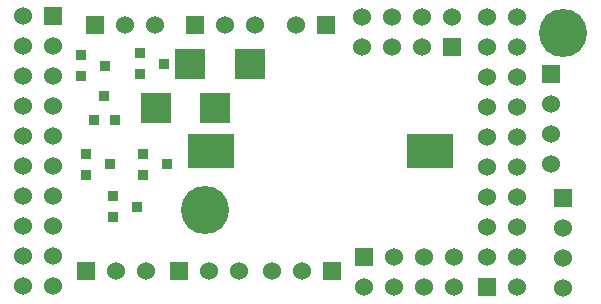
<source format=gts>
G04 (created by PCBNEW (2013-may-18)-stable) date Сб 29 авг 2015 23:53:58*
%MOIN*%
G04 Gerber Fmt 3.4, Leading zero omitted, Abs format*
%FSLAX34Y34*%
G01*
G70*
G90*
G04 APERTURE LIST*
%ADD10C,0.00590551*%
%ADD11R,0.036X0.036*%
%ADD12R,0.06X0.06*%
%ADD13C,0.06*%
%ADD14R,0.1004X0.0984*%
%ADD15R,0.15748X0.11811*%
%ADD16C,0.16*%
G04 APERTURE END LIST*
G54D10*
G54D11*
X29265Y-24031D03*
X29265Y-23331D03*
X30065Y-23681D03*
X28281Y-25448D03*
X28281Y-24748D03*
X29081Y-25098D03*
X27198Y-20743D03*
X27198Y-20043D03*
X27998Y-20393D03*
X28342Y-22211D03*
X27642Y-22211D03*
X27992Y-21411D03*
X29166Y-20684D03*
X29166Y-19984D03*
X29966Y-20334D03*
X27375Y-24031D03*
X27375Y-23331D03*
X28175Y-23681D03*
G54D12*
X39570Y-19771D03*
G54D13*
X39570Y-18771D03*
X38570Y-19771D03*
X38570Y-18771D03*
X37570Y-19771D03*
X37570Y-18771D03*
X36570Y-19771D03*
X36570Y-18771D03*
G54D12*
X36629Y-26783D03*
G54D13*
X36629Y-27783D03*
X37629Y-26783D03*
X37629Y-27783D03*
X38629Y-26783D03*
X38629Y-27783D03*
X39629Y-26783D03*
X39629Y-27783D03*
G54D12*
X43267Y-24799D03*
G54D13*
X43267Y-25799D03*
X43267Y-26799D03*
X43267Y-27799D03*
G54D12*
X42893Y-20665D03*
G54D13*
X42893Y-21665D03*
X42893Y-22665D03*
X42893Y-23665D03*
G54D12*
X31007Y-19055D03*
G54D13*
X32007Y-19055D03*
X33007Y-19055D03*
G54D12*
X35566Y-27244D03*
G54D13*
X34566Y-27244D03*
X33566Y-27244D03*
G54D12*
X27385Y-27244D03*
G54D13*
X28385Y-27244D03*
X29385Y-27244D03*
G54D12*
X27681Y-19055D03*
G54D13*
X28681Y-19055D03*
X29681Y-19055D03*
G54D12*
X30476Y-27244D03*
G54D13*
X31476Y-27244D03*
X32476Y-27244D03*
G54D12*
X35362Y-19055D03*
G54D13*
X34362Y-19055D03*
G54D12*
X40759Y-27783D03*
G54D13*
X41759Y-27783D03*
X40759Y-26783D03*
X41759Y-26783D03*
X40759Y-25783D03*
X41759Y-25783D03*
X40759Y-24783D03*
X41759Y-24783D03*
X40759Y-23783D03*
X41759Y-23783D03*
X40759Y-22783D03*
X41759Y-22783D03*
X40759Y-21783D03*
X41759Y-21783D03*
X40759Y-20783D03*
X41759Y-20783D03*
X40759Y-19783D03*
X41759Y-19783D03*
X40759Y-18783D03*
X41759Y-18783D03*
G54D12*
X26287Y-18751D03*
G54D13*
X25287Y-18751D03*
X26287Y-19751D03*
X25287Y-19751D03*
X26287Y-20751D03*
X25287Y-20751D03*
X26287Y-21751D03*
X25287Y-21751D03*
X26287Y-22751D03*
X25287Y-22751D03*
X26287Y-23751D03*
X25287Y-23751D03*
X26287Y-24751D03*
X25287Y-24751D03*
X26287Y-25751D03*
X25287Y-25751D03*
X26287Y-26751D03*
X25287Y-26751D03*
X26287Y-27751D03*
X25287Y-27751D03*
G54D14*
X32844Y-20334D03*
X30856Y-20334D03*
X31682Y-21791D03*
X29694Y-21791D03*
G54D15*
X38838Y-23228D03*
X31555Y-23228D03*
G54D16*
X43267Y-19291D03*
X31338Y-25196D03*
M02*

</source>
